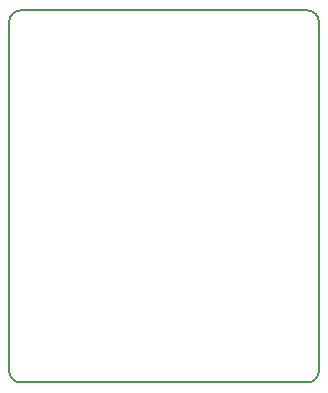
<source format=gm1>
G04 #@! TF.GenerationSoftware,KiCad,Pcbnew,(5.0.0-rc2-dev-158-g52ab6216c)*
G04 #@! TF.CreationDate,2018-07-05T01:48:08+02:00*
G04 #@! TF.ProjectId,7seg-clock,377365672D636C6F636B2E6B69636164,rev?*
G04 #@! TF.SameCoordinates,Original*
G04 #@! TF.FileFunction,Profile,NP*
%FSLAX46Y46*%
G04 Gerber Fmt 4.6, Leading zero omitted, Abs format (unit mm)*
G04 Created by KiCad (PCBNEW (5.0.0-rc2-dev-158-g52ab6216c)) date 07/05/18 01:48:08*
%MOMM*%
%LPD*%
G01*
G04 APERTURE LIST*
%ADD10C,0.200000*%
G04 APERTURE END LIST*
D10*
X154750000Y-133250000D02*
X154750000Y-103750000D01*
X154750000Y-133250000D02*
G75*
G02X153750000Y-134250000I-1000000J0D01*
G01*
X153750000Y-134250000D02*
X129500000Y-134250000D01*
X129500000Y-134250000D02*
G75*
G02X128500000Y-133250000I0J1000000D01*
G01*
X128500000Y-133250000D02*
X128500000Y-103750000D01*
X128500000Y-103750000D02*
G75*
G02X129500000Y-102750000I1000000J0D01*
G01*
X153750000Y-102750000D02*
G75*
G02X154750000Y-103750000I0J-1000000D01*
G01*
X129500000Y-102750000D02*
X153750000Y-102750000D01*
M02*

</source>
